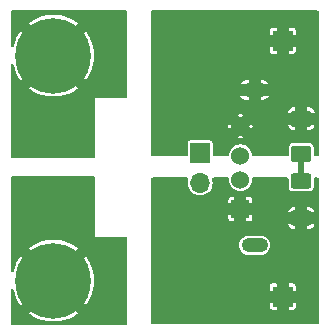
<source format=gbr>
%TF.GenerationSoftware,KiCad,Pcbnew,(7.0.0-rc1-287-ga9cb8e9a8d)*%
%TF.CreationDate,2023-01-20T15:36:01-06:00*%
%TF.ProjectId,Banana to USB Adapter,42616e61-6e61-4207-946f-205553422041,rev?*%
%TF.SameCoordinates,Original*%
%TF.FileFunction,Copper,L2,Bot*%
%TF.FilePolarity,Positive*%
%FSLAX46Y46*%
G04 Gerber Fmt 4.6, Leading zero omitted, Abs format (unit mm)*
G04 Created by KiCad (PCBNEW (7.0.0-rc1-287-ga9cb8e9a8d)) date 2023-01-20 15:36:01*
%MOMM*%
%LPD*%
G01*
G04 APERTURE LIST*
G04 Aperture macros list*
%AMRoundRect*
0 Rectangle with rounded corners*
0 $1 Rounding radius*
0 $2 $3 $4 $5 $6 $7 $8 $9 X,Y pos of 4 corners*
0 Add a 4 corners polygon primitive as box body*
4,1,4,$2,$3,$4,$5,$6,$7,$8,$9,$2,$3,0*
0 Add four circle primitives for the rounded corners*
1,1,$1+$1,$2,$3*
1,1,$1+$1,$4,$5*
1,1,$1+$1,$6,$7*
1,1,$1+$1,$8,$9*
0 Add four rect primitives between the rounded corners*
20,1,$1+$1,$2,$3,$4,$5,0*
20,1,$1+$1,$4,$5,$6,$7,0*
20,1,$1+$1,$6,$7,$8,$9,0*
20,1,$1+$1,$8,$9,$2,$3,0*%
G04 Aperture macros list end*
%TA.AperFunction,SMDPad,CuDef*%
%ADD10RoundRect,0.250000X0.625000X-0.400000X0.625000X0.400000X-0.625000X0.400000X-0.625000X-0.400000X0*%
%TD*%
%TA.AperFunction,SMDPad,CuDef*%
%ADD11RoundRect,0.250001X-0.624999X0.462499X-0.624999X-0.462499X0.624999X-0.462499X0.624999X0.462499X0*%
%TD*%
%TA.AperFunction,ComponentPad*%
%ADD12R,1.700000X1.700000*%
%TD*%
%TA.AperFunction,ComponentPad*%
%ADD13O,1.700000X1.700000*%
%TD*%
%TA.AperFunction,ComponentPad*%
%ADD14C,1.524000*%
%TD*%
%TA.AperFunction,ComponentPad*%
%ADD15R,1.524000X1.524000*%
%TD*%
%TA.AperFunction,ComponentPad*%
%ADD16O,2.250000X1.200000*%
%TD*%
%TA.AperFunction,ComponentPad*%
%ADD17C,0.800000*%
%TD*%
%TA.AperFunction,ComponentPad*%
%ADD18C,6.400000*%
%TD*%
%TA.AperFunction,ViaPad*%
%ADD19C,0.800000*%
%TD*%
%TA.AperFunction,Conductor*%
%ADD20C,0.500000*%
%TD*%
G04 APERTURE END LIST*
D10*
%TO.P,R1,1*%
%TO.N,/Positive*%
X154457400Y-103683400D03*
%TO.P,R1,2*%
%TO.N,Net-(D1-A)*%
X154457400Y-100583400D03*
%TD*%
D11*
%TO.P,D1,2,A*%
%TO.N,Net-(D1-A)*%
X154457400Y-98247200D03*
%TO.P,D1,1,K*%
%TO.N,GND*%
X154457400Y-95272200D03*
%TD*%
D12*
%TO.P,J4,1,Pin_1*%
%TO.N,Net-(J1-D+)*%
X145903249Y-98170999D03*
D13*
%TO.P,J4,2,Pin_2*%
%TO.N,Net-(J1-D-)*%
X145903249Y-100710999D03*
%TD*%
D12*
%TO.P,J3,1,Pin_1*%
%TO.N,GND*%
X152882599Y-88671399D03*
%TD*%
%TO.P,J2,1,Pin_1*%
%TO.N,/Positive*%
X152882599Y-110337599D03*
%TD*%
D14*
%TO.P,J1,4,GND*%
%TO.N,GND*%
X149316500Y-95930000D03*
%TO.P,J1,3,D+*%
%TO.N,Net-(J1-D+)*%
X149316500Y-98430000D03*
%TO.P,J1,2,D-*%
%TO.N,Net-(J1-D-)*%
X149316500Y-100430000D03*
D15*
%TO.P,J1,1,VBUS*%
%TO.N,/Positive*%
X149316499Y-102929999D03*
D16*
%TO.P,J1,5,Shield*%
%TO.N,GND*%
X150516499Y-105999999D03*
X150516499Y-92859999D03*
%TD*%
D17*
%TO.P,H2,1,1*%
%TO.N,GND*%
X133477000Y-87541400D03*
X135174056Y-91638456D03*
X135174056Y-88244344D03*
X135877000Y-89941400D03*
D18*
X133477000Y-89941400D03*
D17*
X133477000Y-92341400D03*
X131779944Y-88244344D03*
X131779944Y-91638456D03*
X131077000Y-89941400D03*
%TD*%
%TO.P,H1,1,1*%
%TO.N,/Positive*%
X131077000Y-108991400D03*
X131779944Y-110688456D03*
X131779944Y-107294344D03*
X133477000Y-111391400D03*
D18*
X133477000Y-108991400D03*
D17*
X135877000Y-108991400D03*
X135174056Y-107294344D03*
X135174056Y-110688456D03*
X133477000Y-106591400D03*
%TD*%
D19*
%TO.N,GND*%
X144856200Y-86588600D03*
X144856200Y-88320880D03*
X144856200Y-90053160D03*
X144856200Y-91785440D03*
X144856200Y-93517720D03*
X144856200Y-95250000D03*
%TO.N,/Positive*%
X144856200Y-110535720D03*
X144856200Y-108828840D03*
X144856200Y-107121960D03*
X144856200Y-105415080D03*
X144856200Y-103708200D03*
X144856200Y-112242600D03*
%TD*%
D20*
%TO.N,Net-(D1-A)*%
X154457400Y-98247200D02*
X154457400Y-100583400D01*
%TD*%
%TA.AperFunction,Conductor*%
%TO.N,GND*%
G36*
X139661900Y-86123381D02*
G01*
X139708019Y-86169500D01*
X139724900Y-86232500D01*
X139724900Y-93421700D01*
X139708019Y-93484700D01*
X139661900Y-93530819D01*
X139598900Y-93547700D01*
X137007699Y-93547700D01*
X137007600Y-93547659D01*
X137007501Y-93547700D01*
X137007217Y-93547817D01*
X137007059Y-93548200D01*
X137007100Y-93548299D01*
X137007100Y-93560422D01*
X137007100Y-95511723D01*
X136997509Y-95559941D01*
X136992679Y-95567169D01*
X136989187Y-95580200D01*
X136984742Y-95580200D01*
X136984742Y-95596790D01*
X136984742Y-98476800D01*
X136967861Y-98539800D01*
X136921742Y-98585919D01*
X136858742Y-98602800D01*
X129996700Y-98602800D01*
X129933700Y-98585919D01*
X129887581Y-98539800D01*
X129870700Y-98476800D01*
X129870700Y-92716174D01*
X131426231Y-92716174D01*
X131434597Y-92727495D01*
X131533089Y-92802366D01*
X131538745Y-92806201D01*
X131853821Y-92995776D01*
X131859830Y-92998962D01*
X132193565Y-93153364D01*
X132199907Y-93155890D01*
X132548363Y-93273299D01*
X132554935Y-93275124D01*
X132914052Y-93354171D01*
X132920776Y-93355273D01*
X133286331Y-93395030D01*
X133293145Y-93395400D01*
X133660855Y-93395400D01*
X133667668Y-93395030D01*
X134033223Y-93355273D01*
X134039947Y-93354171D01*
X134399064Y-93275124D01*
X134405636Y-93273299D01*
X134754092Y-93155890D01*
X134760434Y-93153364D01*
X135094169Y-92998962D01*
X135100178Y-92995776D01*
X135415263Y-92806196D01*
X135420908Y-92802368D01*
X135519399Y-92727496D01*
X135527767Y-92716173D01*
X135521004Y-92703824D01*
X133488729Y-90671549D01*
X133477000Y-90664777D01*
X133465270Y-90671549D01*
X131432994Y-92703824D01*
X131426231Y-92716174D01*
X129870700Y-92716174D01*
X129870700Y-90788251D01*
X129884849Y-90730239D01*
X129924119Y-90685256D01*
X129979690Y-90663404D01*
X130039081Y-90669592D01*
X130088954Y-90702430D01*
X130118107Y-90754542D01*
X130198086Y-91042600D01*
X130200261Y-91049056D01*
X130336368Y-91390660D01*
X130339224Y-91396835D01*
X130511471Y-91721727D01*
X130514979Y-91727557D01*
X130692002Y-91988646D01*
X130700176Y-91996336D01*
X130709656Y-91990322D01*
X132746850Y-89953129D01*
X132753621Y-89941400D01*
X134200377Y-89941400D01*
X134207149Y-89953129D01*
X136244342Y-91990322D01*
X136253822Y-91996336D01*
X136261996Y-91988646D01*
X136439020Y-91727556D01*
X136442528Y-91721727D01*
X136614775Y-91396835D01*
X136617631Y-91390660D01*
X136753738Y-91049056D01*
X136755913Y-91042600D01*
X136854287Y-90688292D01*
X136855754Y-90681624D01*
X136915242Y-90318769D01*
X136915981Y-90311972D01*
X136935888Y-89944812D01*
X136935888Y-89937988D01*
X136915981Y-89570827D01*
X136915242Y-89564030D01*
X136855754Y-89201175D01*
X136854287Y-89194507D01*
X136755913Y-88840199D01*
X136753738Y-88833743D01*
X136617631Y-88492139D01*
X136614775Y-88485964D01*
X136442528Y-88161072D01*
X136439020Y-88155243D01*
X136261996Y-87894152D01*
X136253822Y-87886462D01*
X136244342Y-87892476D01*
X134207149Y-89929670D01*
X134200377Y-89941400D01*
X132753621Y-89941400D01*
X132753622Y-89941399D01*
X132746850Y-89929670D01*
X130709656Y-87892476D01*
X130700177Y-87886462D01*
X130691999Y-87894157D01*
X130514987Y-88155231D01*
X130511467Y-88161080D01*
X130339224Y-88485964D01*
X130336368Y-88492139D01*
X130200261Y-88833743D01*
X130198086Y-88840199D01*
X130118107Y-89128258D01*
X130088954Y-89180370D01*
X130039081Y-89213208D01*
X129979690Y-89219396D01*
X129924119Y-89197544D01*
X129884849Y-89152561D01*
X129870700Y-89094549D01*
X129870700Y-87166624D01*
X131426231Y-87166624D01*
X131432994Y-87178974D01*
X133465270Y-89211250D01*
X133477000Y-89218022D01*
X133488729Y-89211250D01*
X135521004Y-87178974D01*
X135527767Y-87166624D01*
X135519401Y-87155303D01*
X135420910Y-87080433D01*
X135415254Y-87076598D01*
X135100178Y-86887023D01*
X135094169Y-86883837D01*
X134760434Y-86729435D01*
X134754092Y-86726909D01*
X134405636Y-86609500D01*
X134399064Y-86607675D01*
X134039947Y-86528628D01*
X134033223Y-86527526D01*
X133667668Y-86487769D01*
X133660855Y-86487400D01*
X133293145Y-86487400D01*
X133286331Y-86487769D01*
X132920776Y-86527526D01*
X132914052Y-86528628D01*
X132554935Y-86607675D01*
X132548363Y-86609500D01*
X132199907Y-86726909D01*
X132193565Y-86729435D01*
X131859830Y-86883837D01*
X131853821Y-86887023D01*
X131538744Y-87076599D01*
X131533086Y-87080435D01*
X131434598Y-87155303D01*
X131426231Y-87166624D01*
X129870700Y-87166624D01*
X129870700Y-86232500D01*
X129887581Y-86169500D01*
X129933700Y-86123381D01*
X129996700Y-86106500D01*
X139598900Y-86106500D01*
X139661900Y-86123381D01*
G37*
%TD.AperFunction*%
%TA.AperFunction,Conductor*%
G36*
X155892500Y-86123381D02*
G01*
X155938619Y-86169500D01*
X155955500Y-86232500D01*
X155955500Y-98349800D01*
X155938619Y-98412800D01*
X155892500Y-98458919D01*
X155829500Y-98475800D01*
X155658900Y-98475800D01*
X155595900Y-98458919D01*
X155549781Y-98412800D01*
X155532900Y-98349800D01*
X155532899Y-97733371D01*
X155532899Y-97730436D01*
X155530046Y-97700002D01*
X155485193Y-97571818D01*
X155457774Y-97534667D01*
X155410153Y-97470142D01*
X155404550Y-97462550D01*
X155396957Y-97456946D01*
X155302880Y-97387514D01*
X155302877Y-97387512D01*
X155295282Y-97381907D01*
X155286367Y-97378787D01*
X155286366Y-97378787D01*
X155174337Y-97339587D01*
X155174336Y-97339586D01*
X155167098Y-97337054D01*
X155159466Y-97336338D01*
X155159465Y-97336338D01*
X155139600Y-97334475D01*
X155139594Y-97334474D01*
X155136665Y-97334200D01*
X155133711Y-97334200D01*
X153781071Y-97334200D01*
X153781049Y-97334200D01*
X153778136Y-97334201D01*
X153775234Y-97334472D01*
X153775213Y-97334474D01*
X153755338Y-97336338D01*
X153755336Y-97336338D01*
X153747702Y-97337054D01*
X153740466Y-97339585D01*
X153740461Y-97339587D01*
X153628433Y-97378787D01*
X153628429Y-97378788D01*
X153619518Y-97381907D01*
X153611925Y-97387510D01*
X153611919Y-97387514D01*
X153517842Y-97456946D01*
X153517838Y-97456949D01*
X153510250Y-97462550D01*
X153504649Y-97470138D01*
X153504646Y-97470142D01*
X153435214Y-97564219D01*
X153435210Y-97564225D01*
X153429607Y-97571818D01*
X153426488Y-97580729D01*
X153426487Y-97580733D01*
X153387287Y-97692762D01*
X153384754Y-97700002D01*
X153381900Y-97730435D01*
X153381900Y-98065803D01*
X153381901Y-98349800D01*
X153365020Y-98412800D01*
X153318901Y-98458919D01*
X153255901Y-98475800D01*
X150402367Y-98475800D01*
X150342971Y-98460922D01*
X150297602Y-98419802D01*
X150276974Y-98362150D01*
X150265680Y-98247482D01*
X150265073Y-98241317D01*
X150210037Y-98059885D01*
X150120662Y-97892676D01*
X150000383Y-97746117D01*
X149944192Y-97700002D01*
X149858608Y-97629764D01*
X149858606Y-97629763D01*
X149853824Y-97625838D01*
X149686615Y-97536463D01*
X149680700Y-97534668D01*
X149680696Y-97534667D01*
X149511108Y-97483224D01*
X149511105Y-97483223D01*
X149505183Y-97481427D01*
X149499023Y-97480820D01*
X149499017Y-97480819D01*
X149322663Y-97463450D01*
X149316500Y-97462843D01*
X149310337Y-97463450D01*
X149133982Y-97480819D01*
X149133974Y-97480820D01*
X149127817Y-97481427D01*
X149121896Y-97483222D01*
X149121891Y-97483224D01*
X148952303Y-97534667D01*
X148952295Y-97534670D01*
X148946385Y-97536463D01*
X148940931Y-97539377D01*
X148940929Y-97539379D01*
X148784634Y-97622920D01*
X148784629Y-97622923D01*
X148779176Y-97625838D01*
X148774397Y-97629759D01*
X148774391Y-97629764D01*
X148637396Y-97742194D01*
X148637390Y-97742199D01*
X148632617Y-97746117D01*
X148628699Y-97750890D01*
X148628694Y-97750896D01*
X148516264Y-97887891D01*
X148516259Y-97887897D01*
X148512338Y-97892676D01*
X148509423Y-97898129D01*
X148509420Y-97898134D01*
X148425879Y-98054429D01*
X148422963Y-98059885D01*
X148421170Y-98065795D01*
X148421167Y-98065803D01*
X148369724Y-98235391D01*
X148369722Y-98235396D01*
X148367927Y-98241317D01*
X148367320Y-98247474D01*
X148367319Y-98247482D01*
X148356026Y-98362150D01*
X148335398Y-98419802D01*
X148290029Y-98460922D01*
X148230633Y-98475800D01*
X147079750Y-98475800D01*
X147016750Y-98458919D01*
X146970631Y-98412800D01*
X146953750Y-98349800D01*
X146953750Y-97307439D01*
X146953750Y-97301252D01*
X146942117Y-97242769D01*
X146897802Y-97176448D01*
X146831481Y-97132133D01*
X146772998Y-97120500D01*
X145033502Y-97120500D01*
X145027434Y-97121706D01*
X145027433Y-97121707D01*
X144987189Y-97129712D01*
X144987187Y-97129712D01*
X144975019Y-97132133D01*
X144964704Y-97139024D01*
X144964702Y-97139026D01*
X144919011Y-97169556D01*
X144919008Y-97169558D01*
X144908698Y-97176448D01*
X144901808Y-97186758D01*
X144901806Y-97186761D01*
X144871276Y-97232452D01*
X144871274Y-97232454D01*
X144864383Y-97242769D01*
X144852750Y-97301252D01*
X144852750Y-97307439D01*
X144852750Y-98349800D01*
X144835869Y-98412800D01*
X144789750Y-98458919D01*
X144726750Y-98475800D01*
X141885942Y-98475800D01*
X141822942Y-98458919D01*
X141776823Y-98412800D01*
X141759942Y-98349800D01*
X141759942Y-96910403D01*
X149058742Y-96910403D01*
X149068727Y-96916555D01*
X149111400Y-96929500D01*
X149123494Y-96931906D01*
X149310337Y-96950309D01*
X149322663Y-96950309D01*
X149509507Y-96931906D01*
X149521596Y-96929501D01*
X149564273Y-96916555D01*
X149574256Y-96910403D01*
X149568350Y-96900270D01*
X149328229Y-96660149D01*
X149316499Y-96653377D01*
X149304771Y-96660148D01*
X149064647Y-96900271D01*
X149058742Y-96910403D01*
X141759942Y-96910403D01*
X141759942Y-95936163D01*
X148296191Y-95936163D01*
X148314593Y-96123005D01*
X148316998Y-96135096D01*
X148329944Y-96177775D01*
X148336094Y-96187757D01*
X148346226Y-96181852D01*
X148586349Y-95941730D01*
X148593122Y-95929999D01*
X150039877Y-95929999D01*
X150046649Y-95941729D01*
X150286770Y-96181850D01*
X150296903Y-96187756D01*
X150303055Y-96177773D01*
X150316001Y-96135096D01*
X150318406Y-96123007D01*
X150336809Y-95936163D01*
X150336809Y-95923837D01*
X150323904Y-95792816D01*
X153329464Y-95792816D01*
X153334010Y-95835100D01*
X153337605Y-95850313D01*
X153382352Y-95970284D01*
X153390900Y-95985938D01*
X153466955Y-96087534D01*
X153479565Y-96100144D01*
X153581161Y-96176199D01*
X153596815Y-96184747D01*
X153716786Y-96229494D01*
X153731999Y-96233089D01*
X153780839Y-96238339D01*
X153787559Y-96238700D01*
X153932810Y-96238700D01*
X153945893Y-96235193D01*
X153949400Y-96222110D01*
X154965400Y-96222110D01*
X154968906Y-96235193D01*
X154981990Y-96238700D01*
X155127241Y-96238700D01*
X155133960Y-96238339D01*
X155182800Y-96233089D01*
X155198013Y-96229494D01*
X155317984Y-96184747D01*
X155333638Y-96176199D01*
X155435234Y-96100144D01*
X155447844Y-96087534D01*
X155523899Y-95985938D01*
X155532447Y-95970284D01*
X155577194Y-95850313D01*
X155580789Y-95835100D01*
X155585335Y-95792816D01*
X155582893Y-95783706D01*
X155569810Y-95780200D01*
X154981990Y-95780200D01*
X154968906Y-95783706D01*
X154965400Y-95796790D01*
X154965400Y-96222110D01*
X153949400Y-96222110D01*
X153949400Y-95796790D01*
X153945893Y-95783706D01*
X153932810Y-95780200D01*
X153344990Y-95780200D01*
X153331906Y-95783706D01*
X153329464Y-95792816D01*
X150323904Y-95792816D01*
X150318406Y-95736994D01*
X150316000Y-95724900D01*
X150303055Y-95682227D01*
X150296903Y-95672242D01*
X150286771Y-95678147D01*
X150046648Y-95918271D01*
X150039877Y-95929999D01*
X148593122Y-95929999D01*
X148586350Y-95918270D01*
X148346228Y-95678148D01*
X148336095Y-95672242D01*
X148329944Y-95682225D01*
X148316998Y-95724902D01*
X148314593Y-95736994D01*
X148296191Y-95923837D01*
X148296191Y-95936163D01*
X141759942Y-95936163D01*
X141759942Y-95596790D01*
X141759942Y-95580200D01*
X141755497Y-95580200D01*
X141753134Y-95571383D01*
X141742091Y-95554857D01*
X141732500Y-95506639D01*
X141732500Y-94949595D01*
X149058742Y-94949595D01*
X149064648Y-94959728D01*
X149304770Y-95199850D01*
X149316499Y-95206622D01*
X149328230Y-95199849D01*
X149568352Y-94959726D01*
X149574257Y-94949594D01*
X149564275Y-94943444D01*
X149521596Y-94930498D01*
X149509505Y-94928093D01*
X149322663Y-94909691D01*
X149310337Y-94909691D01*
X149123494Y-94928093D01*
X149111402Y-94930498D01*
X149068725Y-94943444D01*
X149058742Y-94949595D01*
X141732500Y-94949595D01*
X141732500Y-94751583D01*
X153329464Y-94751583D01*
X153331906Y-94760693D01*
X153344990Y-94764200D01*
X153932810Y-94764200D01*
X153945893Y-94760693D01*
X153949400Y-94747610D01*
X154965400Y-94747610D01*
X154968906Y-94760693D01*
X154981990Y-94764200D01*
X155569810Y-94764200D01*
X155582893Y-94760693D01*
X155585335Y-94751583D01*
X155580789Y-94709299D01*
X155577194Y-94694086D01*
X155532447Y-94574115D01*
X155523899Y-94558461D01*
X155447844Y-94456865D01*
X155435234Y-94444255D01*
X155333638Y-94368200D01*
X155317984Y-94359652D01*
X155198013Y-94314905D01*
X155182800Y-94311310D01*
X155133960Y-94306060D01*
X155127241Y-94305700D01*
X154981990Y-94305700D01*
X154968906Y-94309206D01*
X154965400Y-94322290D01*
X154965400Y-94747610D01*
X153949400Y-94747610D01*
X153949400Y-94322290D01*
X153945893Y-94309206D01*
X153932810Y-94305700D01*
X153787559Y-94305700D01*
X153780839Y-94306060D01*
X153731999Y-94311310D01*
X153716786Y-94314905D01*
X153596815Y-94359652D01*
X153581161Y-94368200D01*
X153479565Y-94444255D01*
X153466955Y-94456865D01*
X153390900Y-94558461D01*
X153382352Y-94574115D01*
X153337605Y-94694086D01*
X153334010Y-94709299D01*
X153329464Y-94751583D01*
X141732500Y-94751583D01*
X141732500Y-93371231D01*
X149309485Y-93371231D01*
X149314179Y-93381747D01*
X149396316Y-93478447D01*
X149406180Y-93487790D01*
X149543180Y-93591935D01*
X149554825Y-93598941D01*
X149711004Y-93671197D01*
X149723882Y-93675537D01*
X149891951Y-93712531D01*
X149905452Y-93714000D01*
X149991910Y-93714000D01*
X150004993Y-93710493D01*
X150008500Y-93697410D01*
X151024500Y-93697410D01*
X151028006Y-93710493D01*
X151041090Y-93714000D01*
X151084390Y-93714000D01*
X151091203Y-93713630D01*
X151219374Y-93699690D01*
X151232641Y-93696770D01*
X151395724Y-93641821D01*
X151408053Y-93636117D01*
X151555516Y-93547392D01*
X151566321Y-93539179D01*
X151691265Y-93420826D01*
X151700060Y-93410470D01*
X151719222Y-93382210D01*
X151722956Y-93371127D01*
X151711692Y-93368000D01*
X151041090Y-93368000D01*
X151028006Y-93371506D01*
X151024500Y-93384590D01*
X151024500Y-93697410D01*
X150008500Y-93697410D01*
X150008500Y-93384590D01*
X150004993Y-93371506D01*
X149991910Y-93368000D01*
X149320541Y-93368000D01*
X149309485Y-93371231D01*
X141732500Y-93371231D01*
X141732500Y-92348872D01*
X149310043Y-92348872D01*
X149321308Y-92352000D01*
X149991910Y-92352000D01*
X150004993Y-92348493D01*
X150008500Y-92335410D01*
X151024500Y-92335410D01*
X151028006Y-92348493D01*
X151041090Y-92352000D01*
X151712459Y-92352000D01*
X151723514Y-92348768D01*
X151718820Y-92338252D01*
X151636683Y-92241552D01*
X151626819Y-92232209D01*
X151489819Y-92128064D01*
X151478174Y-92121058D01*
X151321995Y-92048802D01*
X151309117Y-92044462D01*
X151141048Y-92007468D01*
X151127548Y-92006000D01*
X151041090Y-92006000D01*
X151028006Y-92009506D01*
X151024500Y-92022590D01*
X151024500Y-92335410D01*
X150008500Y-92335410D01*
X150008500Y-92022590D01*
X150004993Y-92009506D01*
X149991910Y-92006000D01*
X149948610Y-92006000D01*
X149941796Y-92006369D01*
X149813625Y-92020309D01*
X149800358Y-92023229D01*
X149637275Y-92078178D01*
X149624946Y-92083882D01*
X149477483Y-92172607D01*
X149466678Y-92180820D01*
X149341734Y-92299173D01*
X149332939Y-92309529D01*
X149313777Y-92337789D01*
X149310043Y-92348872D01*
X141732500Y-92348872D01*
X141732500Y-89540228D01*
X151778601Y-89540228D01*
X151779808Y-89552487D01*
X151790915Y-89608330D01*
X151800233Y-89630826D01*
X151842583Y-89694208D01*
X151859791Y-89711416D01*
X151923174Y-89753767D01*
X151945666Y-89763084D01*
X152001514Y-89774192D01*
X152013770Y-89775400D01*
X152358010Y-89775400D01*
X152371093Y-89771893D01*
X152374600Y-89758810D01*
X152374600Y-89758809D01*
X153390600Y-89758809D01*
X153394106Y-89771892D01*
X153407190Y-89775399D01*
X153751428Y-89775399D01*
X153763687Y-89774191D01*
X153819530Y-89763084D01*
X153842026Y-89753766D01*
X153905408Y-89711416D01*
X153922616Y-89694208D01*
X153964967Y-89630825D01*
X153974284Y-89608333D01*
X153985392Y-89552485D01*
X153986600Y-89540230D01*
X153986600Y-89195990D01*
X153983093Y-89182906D01*
X153970010Y-89179400D01*
X153407190Y-89179400D01*
X153394106Y-89182906D01*
X153390600Y-89195990D01*
X153390600Y-89758809D01*
X152374600Y-89758809D01*
X152374600Y-89195990D01*
X152371093Y-89182906D01*
X152358010Y-89179400D01*
X151795191Y-89179400D01*
X151782107Y-89182906D01*
X151778601Y-89195990D01*
X151778601Y-89540228D01*
X141732500Y-89540228D01*
X141732500Y-88146810D01*
X151778600Y-88146810D01*
X151782106Y-88159893D01*
X151795190Y-88163400D01*
X152358010Y-88163400D01*
X152371093Y-88159893D01*
X152374600Y-88146810D01*
X153390600Y-88146810D01*
X153394106Y-88159893D01*
X153407190Y-88163400D01*
X153970009Y-88163400D01*
X153983092Y-88159893D01*
X153986599Y-88146810D01*
X153986599Y-87802572D01*
X153985391Y-87790312D01*
X153974284Y-87734469D01*
X153964966Y-87711973D01*
X153922616Y-87648591D01*
X153905408Y-87631383D01*
X153842025Y-87589032D01*
X153819533Y-87579715D01*
X153763685Y-87568607D01*
X153751430Y-87567400D01*
X153407190Y-87567400D01*
X153394106Y-87570906D01*
X153390600Y-87583990D01*
X153390600Y-88146810D01*
X152374600Y-88146810D01*
X152374600Y-87583991D01*
X152371093Y-87570907D01*
X152358010Y-87567401D01*
X152013772Y-87567401D01*
X152001512Y-87568608D01*
X151945669Y-87579715D01*
X151923173Y-87589033D01*
X151859791Y-87631383D01*
X151842583Y-87648591D01*
X151800232Y-87711974D01*
X151790915Y-87734466D01*
X151779807Y-87790314D01*
X151778600Y-87802570D01*
X151778600Y-88146810D01*
X141732500Y-88146810D01*
X141732500Y-86232500D01*
X141749381Y-86169500D01*
X141795500Y-86123381D01*
X141858500Y-86106500D01*
X155829500Y-86106500D01*
X155892500Y-86123381D01*
G37*
%TD.AperFunction*%
%TD*%
%TA.AperFunction,Conductor*%
%TO.N,/Positive*%
G36*
X136921742Y-100143681D02*
G01*
X136967861Y-100189800D01*
X136984742Y-100252800D01*
X136984742Y-103428800D01*
X136989187Y-103428800D01*
X136992679Y-103441830D01*
X136997509Y-103449059D01*
X137007100Y-103497277D01*
X137007100Y-105257501D01*
X137007059Y-105257600D01*
X137007100Y-105257699D01*
X137007217Y-105257983D01*
X137007600Y-105258141D01*
X137007699Y-105258100D01*
X139573500Y-105258100D01*
X139636500Y-105274981D01*
X139682619Y-105321100D01*
X139699500Y-105384100D01*
X139699500Y-112624100D01*
X139682619Y-112687100D01*
X139636500Y-112733219D01*
X139573500Y-112750100D01*
X129996700Y-112750100D01*
X129933700Y-112733219D01*
X129887581Y-112687100D01*
X129870700Y-112624100D01*
X129870700Y-111766174D01*
X131426231Y-111766174D01*
X131434597Y-111777495D01*
X131533089Y-111852366D01*
X131538745Y-111856201D01*
X131853821Y-112045776D01*
X131859830Y-112048962D01*
X132193565Y-112203364D01*
X132199907Y-112205890D01*
X132548363Y-112323299D01*
X132554935Y-112325124D01*
X132914052Y-112404171D01*
X132920776Y-112405273D01*
X133286331Y-112445030D01*
X133293145Y-112445400D01*
X133660855Y-112445400D01*
X133667668Y-112445030D01*
X134033223Y-112405273D01*
X134039947Y-112404171D01*
X134399064Y-112325124D01*
X134405636Y-112323299D01*
X134754092Y-112205890D01*
X134760434Y-112203364D01*
X135094169Y-112048962D01*
X135100178Y-112045776D01*
X135415263Y-111856196D01*
X135420908Y-111852368D01*
X135519399Y-111777496D01*
X135527767Y-111766173D01*
X135521004Y-111753824D01*
X133488729Y-109721549D01*
X133477000Y-109714777D01*
X133465270Y-109721549D01*
X131432994Y-111753824D01*
X131426231Y-111766174D01*
X129870700Y-111766174D01*
X129870700Y-109838251D01*
X129884849Y-109780239D01*
X129924119Y-109735256D01*
X129979690Y-109713404D01*
X130039081Y-109719592D01*
X130088954Y-109752430D01*
X130118107Y-109804542D01*
X130198086Y-110092600D01*
X130200261Y-110099056D01*
X130336368Y-110440660D01*
X130339224Y-110446835D01*
X130511471Y-110771727D01*
X130514979Y-110777557D01*
X130692002Y-111038646D01*
X130700176Y-111046336D01*
X130709656Y-111040322D01*
X132746850Y-109003129D01*
X132753622Y-108991400D01*
X134200377Y-108991400D01*
X134207149Y-109003129D01*
X136244342Y-111040322D01*
X136253822Y-111046336D01*
X136261996Y-111038646D01*
X136439020Y-110777556D01*
X136442528Y-110771727D01*
X136614775Y-110446835D01*
X136617631Y-110440660D01*
X136753738Y-110099056D01*
X136755913Y-110092600D01*
X136854287Y-109738292D01*
X136855754Y-109731624D01*
X136915242Y-109368769D01*
X136915981Y-109361972D01*
X136935888Y-108994812D01*
X136935888Y-108987988D01*
X136915981Y-108620827D01*
X136915242Y-108614030D01*
X136855754Y-108251175D01*
X136854287Y-108244507D01*
X136755913Y-107890199D01*
X136753738Y-107883743D01*
X136617631Y-107542139D01*
X136614775Y-107535964D01*
X136442528Y-107211072D01*
X136439020Y-107205243D01*
X136261996Y-106944152D01*
X136253822Y-106936462D01*
X136244342Y-106942476D01*
X134207149Y-108979670D01*
X134200377Y-108991400D01*
X132753622Y-108991400D01*
X132746850Y-108979670D01*
X130709656Y-106942476D01*
X130700177Y-106936462D01*
X130691999Y-106944157D01*
X130514987Y-107205231D01*
X130511467Y-107211080D01*
X130339224Y-107535964D01*
X130336368Y-107542139D01*
X130200261Y-107883743D01*
X130198086Y-107890199D01*
X130118107Y-108178258D01*
X130088954Y-108230370D01*
X130039081Y-108263208D01*
X129979690Y-108269396D01*
X129924119Y-108247544D01*
X129884849Y-108202561D01*
X129870700Y-108144549D01*
X129870700Y-106216624D01*
X131426231Y-106216624D01*
X131432994Y-106228974D01*
X133465270Y-108261250D01*
X133477000Y-108268022D01*
X133488729Y-108261250D01*
X135521004Y-106228974D01*
X135527767Y-106216624D01*
X135519401Y-106205303D01*
X135420910Y-106130433D01*
X135415254Y-106126598D01*
X135100178Y-105937023D01*
X135094169Y-105933837D01*
X134760434Y-105779435D01*
X134754092Y-105776909D01*
X134405636Y-105659500D01*
X134399064Y-105657675D01*
X134039947Y-105578628D01*
X134033223Y-105577526D01*
X133667668Y-105537769D01*
X133660855Y-105537400D01*
X133293145Y-105537400D01*
X133286331Y-105537769D01*
X132920776Y-105577526D01*
X132914052Y-105578628D01*
X132554935Y-105657675D01*
X132548363Y-105659500D01*
X132199907Y-105776909D01*
X132193565Y-105779435D01*
X131859830Y-105933837D01*
X131853821Y-105937023D01*
X131538744Y-106126599D01*
X131533086Y-106130435D01*
X131434598Y-106205303D01*
X131426231Y-106216624D01*
X129870700Y-106216624D01*
X129870700Y-100252800D01*
X129887581Y-100189800D01*
X129933700Y-100143681D01*
X129996700Y-100126800D01*
X136858742Y-100126800D01*
X136921742Y-100143681D01*
G37*
%TD.AperFunction*%
%TA.AperFunction,Conductor*%
G36*
X144830930Y-100267254D02*
G01*
X144875483Y-100304742D01*
X144898424Y-100358259D01*
X144894854Y-100416373D01*
X144890721Y-100430000D01*
X144869746Y-100499143D01*
X144869744Y-100499149D01*
X144867950Y-100505066D01*
X144867343Y-100511223D01*
X144867342Y-100511231D01*
X144856176Y-100624608D01*
X144847667Y-100711000D01*
X144848274Y-100717163D01*
X144867342Y-100910768D01*
X144867343Y-100910774D01*
X144867950Y-100916934D01*
X144869746Y-100922856D01*
X144869747Y-100922859D01*
X144926222Y-101109035D01*
X144926223Y-101109039D01*
X144928018Y-101114954D01*
X144930930Y-101120402D01*
X144930933Y-101120409D01*
X145022648Y-101291993D01*
X145025565Y-101297450D01*
X145036811Y-101311153D01*
X145135790Y-101431761D01*
X145156840Y-101457410D01*
X145316800Y-101588685D01*
X145408047Y-101637458D01*
X145493840Y-101683316D01*
X145493842Y-101683317D01*
X145499296Y-101686232D01*
X145697316Y-101746300D01*
X145903250Y-101766583D01*
X146109184Y-101746300D01*
X146307204Y-101686232D01*
X146489700Y-101588685D01*
X146649660Y-101457410D01*
X146780935Y-101297450D01*
X146878482Y-101114954D01*
X146938550Y-100916934D01*
X146958833Y-100711000D01*
X146938550Y-100505066D01*
X146911645Y-100416373D01*
X146908076Y-100358259D01*
X146931017Y-100304742D01*
X146975570Y-100267254D01*
X147032221Y-100253800D01*
X148227678Y-100253800D01*
X148294215Y-100272801D01*
X148340684Y-100324072D01*
X148353070Y-100392150D01*
X148349343Y-100430000D01*
X148349950Y-100436163D01*
X148367319Y-100612517D01*
X148367320Y-100612523D01*
X148367927Y-100618683D01*
X148369723Y-100624605D01*
X148369724Y-100624608D01*
X148421167Y-100794196D01*
X148421168Y-100794200D01*
X148422963Y-100800115D01*
X148512338Y-100967324D01*
X148632617Y-101113883D01*
X148779176Y-101234162D01*
X148946385Y-101323537D01*
X149127817Y-101378573D01*
X149316500Y-101397157D01*
X149505183Y-101378573D01*
X149686615Y-101323537D01*
X149853824Y-101234162D01*
X150000383Y-101113883D01*
X150120662Y-100967324D01*
X150210037Y-100800115D01*
X150265073Y-100618683D01*
X150283657Y-100430000D01*
X150279929Y-100392150D01*
X150292316Y-100324072D01*
X150338785Y-100272801D01*
X150405322Y-100253800D01*
X153255900Y-100253800D01*
X153318900Y-100270681D01*
X153365019Y-100316800D01*
X153381900Y-100379800D01*
X153381900Y-101037666D01*
X153384754Y-101068099D01*
X153429607Y-101196282D01*
X153435212Y-101203877D01*
X153435214Y-101203880D01*
X153504272Y-101297450D01*
X153510250Y-101305550D01*
X153517842Y-101311153D01*
X153610015Y-101379180D01*
X153619518Y-101386193D01*
X153747701Y-101431046D01*
X153778134Y-101433900D01*
X155133713Y-101433900D01*
X155136666Y-101433900D01*
X155167099Y-101431046D01*
X155295282Y-101386193D01*
X155404550Y-101305550D01*
X155485193Y-101196282D01*
X155530046Y-101068099D01*
X155532900Y-101037666D01*
X155532900Y-100379800D01*
X155549781Y-100316800D01*
X155595900Y-100270681D01*
X155658900Y-100253800D01*
X155829500Y-100253800D01*
X155892500Y-100270681D01*
X155938619Y-100316800D01*
X155955500Y-100379800D01*
X155955500Y-112573300D01*
X155938619Y-112636300D01*
X155892500Y-112682419D01*
X155829500Y-112699300D01*
X141858500Y-112699300D01*
X141795500Y-112682419D01*
X141749381Y-112636300D01*
X141732500Y-112573300D01*
X141732500Y-111206428D01*
X151778601Y-111206428D01*
X151779808Y-111218687D01*
X151790915Y-111274530D01*
X151800233Y-111297026D01*
X151842583Y-111360408D01*
X151859791Y-111377616D01*
X151923174Y-111419967D01*
X151945666Y-111429284D01*
X152001514Y-111440392D01*
X152013770Y-111441600D01*
X152358010Y-111441600D01*
X152371093Y-111438093D01*
X152374600Y-111425010D01*
X152374600Y-111425009D01*
X153390600Y-111425009D01*
X153394106Y-111438092D01*
X153407190Y-111441599D01*
X153751428Y-111441599D01*
X153763687Y-111440391D01*
X153819530Y-111429284D01*
X153842026Y-111419966D01*
X153905408Y-111377616D01*
X153922616Y-111360408D01*
X153964967Y-111297025D01*
X153974284Y-111274533D01*
X153985392Y-111218685D01*
X153986600Y-111206430D01*
X153986600Y-110862190D01*
X153983093Y-110849106D01*
X153970010Y-110845600D01*
X153407190Y-110845600D01*
X153394106Y-110849106D01*
X153390600Y-110862190D01*
X153390600Y-111425009D01*
X152374600Y-111425009D01*
X152374600Y-110862190D01*
X152371093Y-110849106D01*
X152358010Y-110845600D01*
X151795191Y-110845600D01*
X151782107Y-110849106D01*
X151778601Y-110862190D01*
X151778601Y-111206428D01*
X141732500Y-111206428D01*
X141732500Y-109813010D01*
X151778600Y-109813010D01*
X151782106Y-109826093D01*
X151795190Y-109829600D01*
X152358010Y-109829600D01*
X152371093Y-109826093D01*
X152374600Y-109813010D01*
X153390600Y-109813010D01*
X153394106Y-109826093D01*
X153407190Y-109829600D01*
X153970009Y-109829600D01*
X153983092Y-109826093D01*
X153986599Y-109813010D01*
X153986599Y-109468772D01*
X153985391Y-109456512D01*
X153974284Y-109400669D01*
X153964966Y-109378173D01*
X153922616Y-109314791D01*
X153905408Y-109297583D01*
X153842025Y-109255232D01*
X153819533Y-109245915D01*
X153763685Y-109234807D01*
X153751430Y-109233600D01*
X153407190Y-109233600D01*
X153394106Y-109237106D01*
X153390600Y-109250190D01*
X153390600Y-109813010D01*
X152374600Y-109813010D01*
X152374600Y-109250191D01*
X152371093Y-109237107D01*
X152358010Y-109233601D01*
X152013772Y-109233601D01*
X152001512Y-109234808D01*
X151945669Y-109245915D01*
X151923173Y-109255233D01*
X151859791Y-109297583D01*
X151842583Y-109314791D01*
X151800232Y-109378174D01*
X151790915Y-109400666D01*
X151779807Y-109456514D01*
X151778600Y-109468770D01*
X151778600Y-109813010D01*
X141732500Y-109813010D01*
X141732500Y-106000000D01*
X149185935Y-106000000D01*
X149206132Y-106179255D01*
X149208467Y-106185928D01*
X149208468Y-106185932D01*
X149263373Y-106342842D01*
X149263375Y-106342846D01*
X149265711Y-106349522D01*
X149361684Y-106502262D01*
X149489238Y-106629816D01*
X149641978Y-106725789D01*
X149812245Y-106785368D01*
X149946546Y-106800500D01*
X151082918Y-106800500D01*
X151086454Y-106800500D01*
X151220755Y-106785368D01*
X151391022Y-106725789D01*
X151543762Y-106629816D01*
X151671316Y-106502262D01*
X151767289Y-106349522D01*
X151826868Y-106179255D01*
X151847065Y-106000000D01*
X151826868Y-105820745D01*
X151767289Y-105650478D01*
X151671316Y-105497738D01*
X151543762Y-105370184D01*
X151537768Y-105366418D01*
X151537766Y-105366416D01*
X151397013Y-105277975D01*
X151397010Y-105277973D01*
X151391022Y-105274211D01*
X151384346Y-105271875D01*
X151384342Y-105271873D01*
X151227432Y-105216968D01*
X151227428Y-105216967D01*
X151220755Y-105214632D01*
X151213726Y-105213840D01*
X151089966Y-105199895D01*
X151089953Y-105199894D01*
X151086454Y-105199500D01*
X149946546Y-105199500D01*
X149943047Y-105199894D01*
X149943033Y-105199895D01*
X149819273Y-105213840D01*
X149819271Y-105213840D01*
X149812245Y-105214632D01*
X149805573Y-105216966D01*
X149805567Y-105216968D01*
X149648657Y-105271873D01*
X149648650Y-105271876D01*
X149641978Y-105274211D01*
X149635992Y-105277971D01*
X149635986Y-105277975D01*
X149495233Y-105366416D01*
X149495226Y-105366421D01*
X149489238Y-105370184D01*
X149484233Y-105375188D01*
X149484229Y-105375192D01*
X149366692Y-105492729D01*
X149366688Y-105492733D01*
X149361684Y-105497738D01*
X149357921Y-105503726D01*
X149357916Y-105503733D01*
X149269475Y-105644486D01*
X149269471Y-105644492D01*
X149265711Y-105650478D01*
X149263376Y-105657150D01*
X149263373Y-105657157D01*
X149208468Y-105814067D01*
X149208466Y-105814073D01*
X149206132Y-105820745D01*
X149185935Y-106000000D01*
X141732500Y-106000000D01*
X141732500Y-104200566D01*
X153338184Y-104200566D01*
X153382349Y-104318975D01*
X153390903Y-104334642D01*
X153466954Y-104436235D01*
X153479564Y-104448845D01*
X153581157Y-104524896D01*
X153596824Y-104533450D01*
X153716773Y-104578189D01*
X153732008Y-104581790D01*
X153780838Y-104587039D01*
X153787558Y-104587400D01*
X153932810Y-104587400D01*
X153945893Y-104583893D01*
X153949400Y-104570810D01*
X153949400Y-104570809D01*
X154965400Y-104570809D01*
X154968906Y-104583892D01*
X154981990Y-104587399D01*
X155127240Y-104587399D01*
X155133964Y-104587038D01*
X155182793Y-104581789D01*
X155198024Y-104578190D01*
X155317975Y-104533450D01*
X155333642Y-104524896D01*
X155435235Y-104448845D01*
X155447845Y-104436235D01*
X155523896Y-104334642D01*
X155532450Y-104318975D01*
X155576615Y-104200566D01*
X155575684Y-104195255D01*
X155562249Y-104191400D01*
X154981990Y-104191400D01*
X154968906Y-104194906D01*
X154965400Y-104207990D01*
X154965400Y-104570809D01*
X153949400Y-104570809D01*
X153949400Y-104207990D01*
X153945893Y-104194906D01*
X153932810Y-104191400D01*
X153352551Y-104191400D01*
X153339115Y-104195255D01*
X153338184Y-104200566D01*
X141732500Y-104200566D01*
X141732500Y-103710828D01*
X148300501Y-103710828D01*
X148301708Y-103723087D01*
X148312815Y-103778930D01*
X148322133Y-103801426D01*
X148364483Y-103864808D01*
X148381691Y-103882016D01*
X148445074Y-103924367D01*
X148467566Y-103933684D01*
X148523414Y-103944792D01*
X148535670Y-103946000D01*
X148791910Y-103946000D01*
X148804993Y-103942493D01*
X148808500Y-103929410D01*
X148808500Y-103929409D01*
X149824500Y-103929409D01*
X149828006Y-103942492D01*
X149841090Y-103945999D01*
X150097328Y-103945999D01*
X150109587Y-103944791D01*
X150165430Y-103933684D01*
X150187926Y-103924366D01*
X150251308Y-103882016D01*
X150268516Y-103864808D01*
X150310867Y-103801425D01*
X150320184Y-103778933D01*
X150331292Y-103723085D01*
X150332500Y-103710830D01*
X150332500Y-103454590D01*
X150328993Y-103441506D01*
X150315910Y-103438000D01*
X149841090Y-103438000D01*
X149828006Y-103441506D01*
X149824500Y-103454590D01*
X149824500Y-103929409D01*
X148808500Y-103929409D01*
X148808500Y-103454590D01*
X148804993Y-103441506D01*
X148791910Y-103438000D01*
X148317091Y-103438000D01*
X148304007Y-103441506D01*
X148300501Y-103454590D01*
X148300501Y-103710828D01*
X141732500Y-103710828D01*
X141732500Y-103502361D01*
X141742091Y-103454143D01*
X141753134Y-103437616D01*
X141755496Y-103428800D01*
X141759942Y-103428800D01*
X141759942Y-103166233D01*
X153338184Y-103166233D01*
X153339115Y-103171544D01*
X153352551Y-103175400D01*
X153932810Y-103175400D01*
X153945893Y-103171893D01*
X153949400Y-103158810D01*
X154965400Y-103158810D01*
X154968906Y-103171893D01*
X154981990Y-103175400D01*
X155562249Y-103175400D01*
X155575684Y-103171544D01*
X155576615Y-103166233D01*
X155532450Y-103047824D01*
X155523896Y-103032157D01*
X155447845Y-102930564D01*
X155435235Y-102917954D01*
X155333642Y-102841903D01*
X155317975Y-102833349D01*
X155198026Y-102788610D01*
X155182791Y-102785009D01*
X155133961Y-102779760D01*
X155127242Y-102779400D01*
X154981990Y-102779400D01*
X154968906Y-102782906D01*
X154965400Y-102795990D01*
X154965400Y-103158810D01*
X153949400Y-103158810D01*
X153949400Y-102795991D01*
X153945893Y-102782907D01*
X153932810Y-102779401D01*
X153787560Y-102779401D01*
X153780835Y-102779761D01*
X153732006Y-102785010D01*
X153716775Y-102788609D01*
X153596824Y-102833349D01*
X153581157Y-102841903D01*
X153479564Y-102917954D01*
X153466954Y-102930564D01*
X153390903Y-103032157D01*
X153382349Y-103047824D01*
X153338184Y-103166233D01*
X141759942Y-103166233D01*
X141759942Y-102405410D01*
X148300500Y-102405410D01*
X148304006Y-102418493D01*
X148317090Y-102422000D01*
X148791910Y-102422000D01*
X148804993Y-102418493D01*
X148808500Y-102405410D01*
X149824500Y-102405410D01*
X149828006Y-102418493D01*
X149841090Y-102422000D01*
X150315909Y-102422000D01*
X150328992Y-102418493D01*
X150332499Y-102405410D01*
X150332499Y-102149172D01*
X150331291Y-102136912D01*
X150320184Y-102081069D01*
X150310866Y-102058573D01*
X150268516Y-101995191D01*
X150251308Y-101977983D01*
X150187925Y-101935632D01*
X150165433Y-101926315D01*
X150109585Y-101915207D01*
X150097330Y-101914000D01*
X149841090Y-101914000D01*
X149828006Y-101917506D01*
X149824500Y-101930590D01*
X149824500Y-102405410D01*
X148808500Y-102405410D01*
X148808500Y-101930591D01*
X148804993Y-101917507D01*
X148791910Y-101914001D01*
X148535672Y-101914001D01*
X148523412Y-101915208D01*
X148467569Y-101926315D01*
X148445073Y-101935633D01*
X148381691Y-101977983D01*
X148364483Y-101995191D01*
X148322132Y-102058574D01*
X148312815Y-102081066D01*
X148301707Y-102136914D01*
X148300500Y-102149170D01*
X148300500Y-102405410D01*
X141759942Y-102405410D01*
X141759942Y-100379800D01*
X141776823Y-100316800D01*
X141822942Y-100270681D01*
X141885942Y-100253800D01*
X144774279Y-100253800D01*
X144830930Y-100267254D01*
G37*
%TD.AperFunction*%
%TD*%
M02*

</source>
